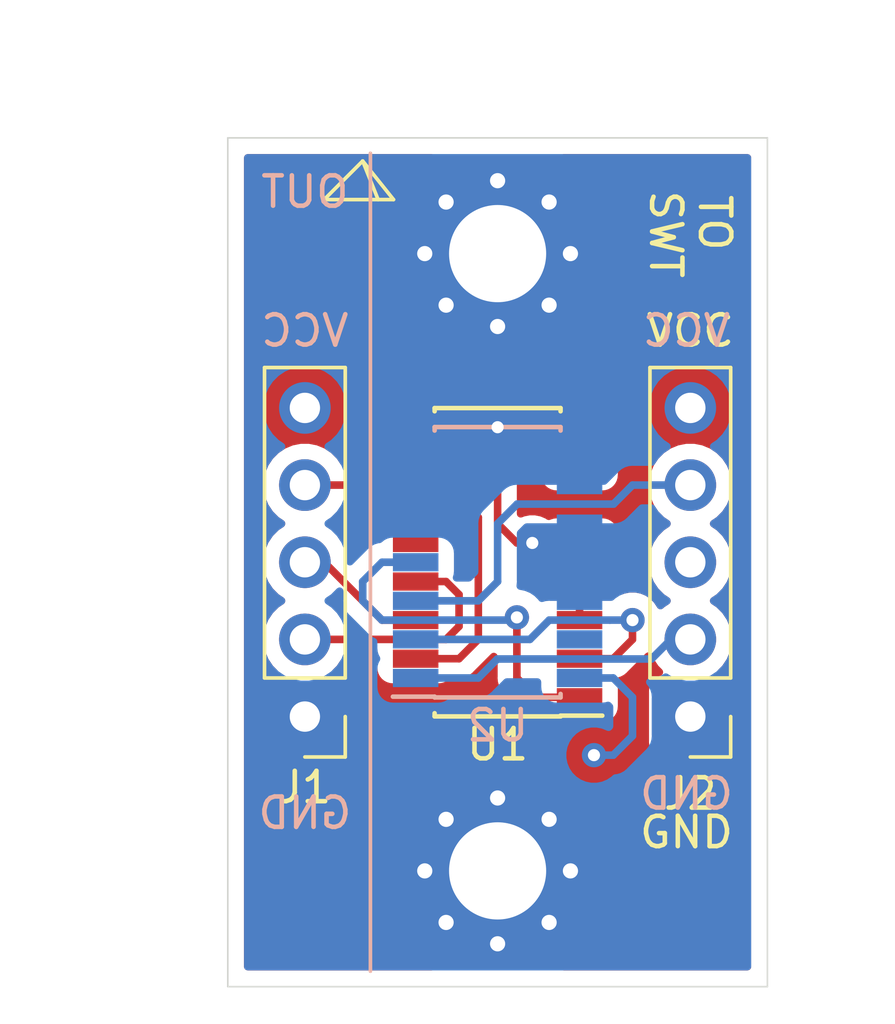
<source format=kicad_pcb>
(kicad_pcb (version 20171130) (host pcbnew "(5.1.10)-1")

  (general
    (thickness 1.6)
    (drawings 19)
    (tracks 61)
    (zones 0)
    (modules 6)
    (nets 16)
  )

  (page A4)
  (layers
    (0 F.Cu signal)
    (31 B.Cu signal)
    (32 B.Adhes user)
    (33 F.Adhes user)
    (34 B.Paste user)
    (35 F.Paste user)
    (36 B.SilkS user)
    (37 F.SilkS user)
    (38 B.Mask user)
    (39 F.Mask user)
    (40 Dwgs.User user)
    (41 Cmts.User user)
    (42 Eco1.User user)
    (43 Eco2.User user)
    (44 Edge.Cuts user)
    (45 Margin user)
    (46 B.CrtYd user)
    (47 F.CrtYd user)
    (48 B.Fab user)
    (49 F.Fab user)
  )

  (setup
    (last_trace_width 0.25)
    (user_trace_width 0.5)
    (trace_clearance 0.2)
    (zone_clearance 0.508)
    (zone_45_only no)
    (trace_min 0.2)
    (via_size 0.8)
    (via_drill 0.4)
    (via_min_size 0.4)
    (via_min_drill 0.3)
    (uvia_size 0.3)
    (uvia_drill 0.1)
    (uvias_allowed no)
    (uvia_min_size 0.2)
    (uvia_min_drill 0.1)
    (edge_width 0.05)
    (segment_width 0.2)
    (pcb_text_width 0.3)
    (pcb_text_size 1.5 1.5)
    (mod_edge_width 0.12)
    (mod_text_size 1 1)
    (mod_text_width 0.15)
    (pad_size 1.524 1.524)
    (pad_drill 0.762)
    (pad_to_mask_clearance 0)
    (aux_axis_origin 0 0)
    (visible_elements 7FFFFFFF)
    (pcbplotparams
      (layerselection 0x010fc_ffffffff)
      (usegerberextensions false)
      (usegerberattributes true)
      (usegerberadvancedattributes true)
      (creategerberjobfile true)
      (excludeedgelayer true)
      (linewidth 0.100000)
      (plotframeref false)
      (viasonmask false)
      (mode 1)
      (useauxorigin false)
      (hpglpennumber 1)
      (hpglpenspeed 20)
      (hpglpendiameter 15.000000)
      (psnegative false)
      (psa4output false)
      (plotreference true)
      (plotvalue true)
      (plotinvisibletext false)
      (padsonsilk false)
      (subtractmaskfromsilk false)
      (outputformat 1)
      (mirror false)
      (drillshape 0)
      (scaleselection 1)
      (outputdirectory "gerberlogic/"))
  )

  (net 0 "")
  (net 1 "Net-(J1-Pad2)")
  (net 2 GND)
  (net 3 VCC)
  (net 4 "Net-(J2-Pad2)")
  (net 5 "Net-(J2-Pad4)")
  (net 6 "Net-(J1-Pad3)")
  (net 7 "Net-(J1-Pad4)")
  (net 8 "Net-(J2-Pad3)")
  (net 9 "Net-(U1-Pad7)")
  (net 10 "Net-(U1-Pad9)")
  (net 11 "Net-(U1-Pad10)")
  (net 12 "Net-(U1-Pad11)")
  (net 13 "Net-(U1-Pad12)")
  (net 14 "Net-(U1-Pad1)")
  (net 15 "Net-(U1-Pad2)")

  (net_class Default "This is the default net class."
    (clearance 0.2)
    (trace_width 0.25)
    (via_dia 0.8)
    (via_drill 0.4)
    (uvia_dia 0.3)
    (uvia_drill 0.1)
    (add_net GND)
    (add_net "Net-(J1-Pad2)")
    (add_net "Net-(J1-Pad3)")
    (add_net "Net-(J1-Pad4)")
    (add_net "Net-(J2-Pad2)")
    (add_net "Net-(J2-Pad3)")
    (add_net "Net-(J2-Pad4)")
    (add_net "Net-(U1-Pad1)")
    (add_net "Net-(U1-Pad10)")
    (add_net "Net-(U1-Pad11)")
    (add_net "Net-(U1-Pad12)")
    (add_net "Net-(U1-Pad2)")
    (add_net "Net-(U1-Pad7)")
    (add_net "Net-(U1-Pad9)")
    (add_net VCC)
  )

  (module Housings_SOIC:SOIC-16_3.9x9.9mm_Pitch1.27mm (layer F.Cu) (tedit 58CC8F64) (tstamp 61370BAF)
    (at 173.355 105.41 180)
    (descr "16-Lead Plastic Small Outline (SL) - Narrow, 3.90 mm Body [SOIC] (see Microchip Packaging Specification 00000049BS.pdf)")
    (tags "SOIC 1.27")
    (path /6137BCC2)
    (attr smd)
    (fp_text reference U1 (at 0 -6) (layer F.SilkS)
      (effects (font (size 1 1) (thickness 0.15)))
    )
    (fp_text value 74LS138 (at 0 6) (layer F.Fab)
      (effects (font (size 1 1) (thickness 0.15)))
    )
    (fp_line (start -2.075 -5.05) (end -3.45 -5.05) (layer F.SilkS) (width 0.15))
    (fp_line (start -2.075 5.075) (end 2.075 5.075) (layer F.SilkS) (width 0.15))
    (fp_line (start -2.075 -5.075) (end 2.075 -5.075) (layer F.SilkS) (width 0.15))
    (fp_line (start -2.075 5.075) (end -2.075 4.97) (layer F.SilkS) (width 0.15))
    (fp_line (start 2.075 5.075) (end 2.075 4.97) (layer F.SilkS) (width 0.15))
    (fp_line (start 2.075 -5.075) (end 2.075 -4.97) (layer F.SilkS) (width 0.15))
    (fp_line (start -2.075 -5.075) (end -2.075 -5.05) (layer F.SilkS) (width 0.15))
    (fp_line (start -3.7 5.25) (end 3.7 5.25) (layer F.CrtYd) (width 0.05))
    (fp_line (start -3.7 -5.25) (end 3.7 -5.25) (layer F.CrtYd) (width 0.05))
    (fp_line (start 3.7 -5.25) (end 3.7 5.25) (layer F.CrtYd) (width 0.05))
    (fp_line (start -3.7 -5.25) (end -3.7 5.25) (layer F.CrtYd) (width 0.05))
    (fp_line (start -1.95 -3.95) (end -0.95 -4.95) (layer F.Fab) (width 0.15))
    (fp_line (start -1.95 4.95) (end -1.95 -3.95) (layer F.Fab) (width 0.15))
    (fp_line (start 1.95 4.95) (end -1.95 4.95) (layer F.Fab) (width 0.15))
    (fp_line (start 1.95 -4.95) (end 1.95 4.95) (layer F.Fab) (width 0.15))
    (fp_line (start -0.95 -4.95) (end 1.95 -4.95) (layer F.Fab) (width 0.15))
    (fp_text user %R (at 0 0) (layer F.Fab)
      (effects (font (size 0.9 0.9) (thickness 0.135)))
    )
    (pad 1 smd rect (at -2.7 -4.445 180) (size 1.5 0.6) (layers F.Cu F.Paste F.Mask)
      (net 14 "Net-(U1-Pad1)"))
    (pad 2 smd rect (at -2.7 -3.175 180) (size 1.5 0.6) (layers F.Cu F.Paste F.Mask)
      (net 15 "Net-(U1-Pad2)"))
    (pad 3 smd rect (at -2.7 -1.905 180) (size 1.5 0.6) (layers F.Cu F.Paste F.Mask)
      (net 2 GND))
    (pad 4 smd rect (at -2.7 -0.635 180) (size 1.5 0.6) (layers F.Cu F.Paste F.Mask)
      (net 2 GND))
    (pad 5 smd rect (at -2.7 0.635 180) (size 1.5 0.6) (layers F.Cu F.Paste F.Mask)
      (net 2 GND))
    (pad 6 smd rect (at -2.7 1.905 180) (size 1.5 0.6) (layers F.Cu F.Paste F.Mask)
      (net 3 VCC))
    (pad 7 smd rect (at -2.7 3.175 180) (size 1.5 0.6) (layers F.Cu F.Paste F.Mask)
      (net 9 "Net-(U1-Pad7)"))
    (pad 8 smd rect (at -2.7 4.445 180) (size 1.5 0.6) (layers F.Cu F.Paste F.Mask)
      (net 2 GND))
    (pad 9 smd rect (at 2.7 4.445 180) (size 1.5 0.6) (layers F.Cu F.Paste F.Mask)
      (net 10 "Net-(U1-Pad9)"))
    (pad 10 smd rect (at 2.7 3.175 180) (size 1.5 0.6) (layers F.Cu F.Paste F.Mask)
      (net 11 "Net-(U1-Pad10)"))
    (pad 11 smd rect (at 2.7 1.905 180) (size 1.5 0.6) (layers F.Cu F.Paste F.Mask)
      (net 12 "Net-(U1-Pad11)"))
    (pad 12 smd rect (at 2.7 0.635 180) (size 1.5 0.6) (layers F.Cu F.Paste F.Mask)
      (net 13 "Net-(U1-Pad12)"))
    (pad 13 smd rect (at 2.7 -0.635 180) (size 1.5 0.6) (layers F.Cu F.Paste F.Mask)
      (net 1 "Net-(J1-Pad2)"))
    (pad 14 smd rect (at 2.7 -1.905 180) (size 1.5 0.6) (layers F.Cu F.Paste F.Mask)
      (net 6 "Net-(J1-Pad3)"))
    (pad 15 smd rect (at 2.7 -3.175 180) (size 1.5 0.6) (layers F.Cu F.Paste F.Mask)
      (net 7 "Net-(J1-Pad4)"))
    (pad 16 smd rect (at 2.7 -4.445 180) (size 1.5 0.6) (layers F.Cu F.Paste F.Mask)
      (net 3 VCC))
    (model ${KISYS3DMOD}/Housings_SOIC.3dshapes/SOIC-16_3.9x9.9mm_Pitch1.27mm.wrl
      (at (xyz 0 0 0))
      (scale (xyz 1 1 1))
      (rotate (xyz 0 0 0))
    )
  )

  (module Housings_SOIC:SOIC-14_3.9x8.7mm_Pitch1.27mm (layer B.Cu) (tedit 58CC8F64) (tstamp 61372FBE)
    (at 173.355 105.41)
    (descr "14-Lead Plastic Small Outline (SL) - Narrow, 3.90 mm Body [SOIC] (see Microchip Packaging Specification 00000049BS.pdf)")
    (tags "SOIC 1.27")
    (path /613A04CC)
    (attr smd)
    (fp_text reference U2 (at 0 5.375) (layer B.SilkS)
      (effects (font (size 1 1) (thickness 0.15)) (justify mirror))
    )
    (fp_text value 74LS14 (at 0 -5.375) (layer B.Fab)
      (effects (font (size 1 1) (thickness 0.15)) (justify mirror))
    )
    (fp_line (start -2.075 4.425) (end -3.45 4.425) (layer B.SilkS) (width 0.15))
    (fp_line (start -2.075 -4.45) (end 2.075 -4.45) (layer B.SilkS) (width 0.15))
    (fp_line (start -2.075 4.45) (end 2.075 4.45) (layer B.SilkS) (width 0.15))
    (fp_line (start -2.075 -4.45) (end -2.075 -4.335) (layer B.SilkS) (width 0.15))
    (fp_line (start 2.075 -4.45) (end 2.075 -4.335) (layer B.SilkS) (width 0.15))
    (fp_line (start 2.075 4.45) (end 2.075 4.335) (layer B.SilkS) (width 0.15))
    (fp_line (start -2.075 4.45) (end -2.075 4.425) (layer B.SilkS) (width 0.15))
    (fp_line (start -3.7 -4.65) (end 3.7 -4.65) (layer B.CrtYd) (width 0.05))
    (fp_line (start -3.7 4.65) (end 3.7 4.65) (layer B.CrtYd) (width 0.05))
    (fp_line (start 3.7 4.65) (end 3.7 -4.65) (layer B.CrtYd) (width 0.05))
    (fp_line (start -3.7 4.65) (end -3.7 -4.65) (layer B.CrtYd) (width 0.05))
    (fp_line (start -1.95 3.35) (end -0.95 4.35) (layer B.Fab) (width 0.15))
    (fp_line (start -1.95 -4.35) (end -1.95 3.35) (layer B.Fab) (width 0.15))
    (fp_line (start 1.95 -4.35) (end -1.95 -4.35) (layer B.Fab) (width 0.15))
    (fp_line (start 1.95 4.35) (end 1.95 -4.35) (layer B.Fab) (width 0.15))
    (fp_line (start -0.95 4.35) (end 1.95 4.35) (layer B.Fab) (width 0.15))
    (fp_text user %R (at 0 0) (layer B.Fab)
      (effects (font (size 0.9 0.9) (thickness 0.135)) (justify mirror))
    )
    (pad 1 smd rect (at -2.7 3.81) (size 1.5 0.6) (layers B.Cu B.Paste B.Mask)
      (net 4 "Net-(J2-Pad2)"))
    (pad 2 smd rect (at -2.7 2.54) (size 1.5 0.6) (layers B.Cu B.Paste B.Mask)
      (net 15 "Net-(U1-Pad2)"))
    (pad 3 smd rect (at -2.7 1.27) (size 1.5 0.6) (layers B.Cu B.Paste B.Mask)
      (net 5 "Net-(J2-Pad4)"))
    (pad 4 smd rect (at -2.7 0) (size 1.5 0.6) (layers B.Cu B.Paste B.Mask)
      (net 14 "Net-(U1-Pad1)"))
    (pad 5 smd rect (at -2.7 -1.27) (size 1.5 0.6) (layers B.Cu B.Paste B.Mask)
      (net 2 GND))
    (pad 6 smd rect (at -2.7 -2.54) (size 1.5 0.6) (layers B.Cu B.Paste B.Mask)
      (net 2 GND))
    (pad 7 smd rect (at -2.7 -3.81) (size 1.5 0.6) (layers B.Cu B.Paste B.Mask)
      (net 2 GND))
    (pad 8 smd rect (at 2.7 -3.81) (size 1.5 0.6) (layers B.Cu B.Paste B.Mask)
      (net 2 GND))
    (pad 9 smd rect (at 2.7 -2.54) (size 1.5 0.6) (layers B.Cu B.Paste B.Mask)
      (net 2 GND))
    (pad 10 smd rect (at 2.7 -1.27) (size 1.5 0.6) (layers B.Cu B.Paste B.Mask)
      (net 2 GND))
    (pad 11 smd rect (at 2.7 0) (size 1.5 0.6) (layers B.Cu B.Paste B.Mask)
      (net 2 GND))
    (pad 12 smd rect (at 2.7 1.27) (size 1.5 0.6) (layers B.Cu B.Paste B.Mask)
      (net 2 GND))
    (pad 13 smd rect (at 2.7 2.54) (size 1.5 0.6) (layers B.Cu B.Paste B.Mask)
      (net 2 GND))
    (pad 14 smd rect (at 2.7 3.81) (size 1.5 0.6) (layers B.Cu B.Paste B.Mask)
      (net 3 VCC))
    (model ${KISYS3DMOD}/Housings_SOIC.3dshapes/SOIC-14_3.9x8.7mm_Pitch1.27mm.wrl
      (at (xyz 0 0 0))
      (scale (xyz 1 1 1))
      (rotate (xyz 0 0 0))
    )
  )

  (module Pin_Headers:Pin_Header_Straight_1x05_Pitch2.54mm (layer F.Cu) (tedit 59650532) (tstamp 61370BAC)
    (at 179.705 110.49 180)
    (descr "Through hole straight pin header, 1x05, 2.54mm pitch, single row")
    (tags "Through hole pin header THT 1x05 2.54mm single row")
    (path /613735F9)
    (fp_text reference J2 (at 0 -2.54) (layer F.SilkS)
      (effects (font (size 1 1) (thickness 0.15)))
    )
    (fp_text value Conn_01x05_Male (at 0 12.49) (layer F.Fab)
      (effects (font (size 1 1) (thickness 0.15)))
    )
    (fp_line (start 1.8 -1.8) (end -1.8 -1.8) (layer F.CrtYd) (width 0.05))
    (fp_line (start 1.8 11.95) (end 1.8 -1.8) (layer F.CrtYd) (width 0.05))
    (fp_line (start -1.8 11.95) (end 1.8 11.95) (layer F.CrtYd) (width 0.05))
    (fp_line (start -1.8 -1.8) (end -1.8 11.95) (layer F.CrtYd) (width 0.05))
    (fp_line (start -1.33 -1.33) (end 0 -1.33) (layer F.SilkS) (width 0.12))
    (fp_line (start -1.33 0) (end -1.33 -1.33) (layer F.SilkS) (width 0.12))
    (fp_line (start -1.33 1.27) (end 1.33 1.27) (layer F.SilkS) (width 0.12))
    (fp_line (start 1.33 1.27) (end 1.33 11.49) (layer F.SilkS) (width 0.12))
    (fp_line (start -1.33 1.27) (end -1.33 11.49) (layer F.SilkS) (width 0.12))
    (fp_line (start -1.33 11.49) (end 1.33 11.49) (layer F.SilkS) (width 0.12))
    (fp_line (start -1.27 -0.635) (end -0.635 -1.27) (layer F.Fab) (width 0.1))
    (fp_line (start -1.27 11.43) (end -1.27 -0.635) (layer F.Fab) (width 0.1))
    (fp_line (start 1.27 11.43) (end -1.27 11.43) (layer F.Fab) (width 0.1))
    (fp_line (start 1.27 -1.27) (end 1.27 11.43) (layer F.Fab) (width 0.1))
    (fp_line (start -0.635 -1.27) (end 1.27 -1.27) (layer F.Fab) (width 0.1))
    (fp_text user %R (at 0 5.08 90) (layer F.Fab)
      (effects (font (size 1 1) (thickness 0.15)))
    )
    (pad 1 thru_hole rect (at 0 0 180) (size 1.7 1.7) (drill 1) (layers *.Cu *.Mask)
      (net 2 GND))
    (pad 2 thru_hole oval (at 0 2.54 180) (size 1.7 1.7) (drill 1) (layers *.Cu *.Mask)
      (net 4 "Net-(J2-Pad2)"))
    (pad 3 thru_hole oval (at 0 5.08 180) (size 1.7 1.7) (drill 1) (layers *.Cu *.Mask)
      (net 8 "Net-(J2-Pad3)"))
    (pad 4 thru_hole oval (at 0 7.62 180) (size 1.7 1.7) (drill 1) (layers *.Cu *.Mask)
      (net 5 "Net-(J2-Pad4)"))
    (pad 5 thru_hole oval (at 0 10.16 180) (size 1.7 1.7) (drill 1) (layers *.Cu *.Mask)
      (net 3 VCC))
    (model ${KISYS3DMOD}/Pin_Headers.3dshapes/Pin_Header_Straight_1x05_Pitch2.54mm.wrl
      (offset (xyz 0 -5 0))
      (scale (xyz 1 1 1))
      (rotate (xyz 0 0 -90))
    )
  )

  (module Pin_Headers:Pin_Header_Straight_1x05_Pitch2.54mm (layer F.Cu) (tedit 59650532) (tstamp 61370BA9)
    (at 167.005 110.49 180)
    (descr "Through hole straight pin header, 1x05, 2.54mm pitch, single row")
    (tags "Through hole pin header THT 1x05 2.54mm single row")
    (path /613708C3)
    (fp_text reference J1 (at 0 -2.33) (layer F.SilkS)
      (effects (font (size 1 1) (thickness 0.15)))
    )
    (fp_text value Conn_01x05_Male (at 0 12.49) (layer F.Fab)
      (effects (font (size 1 1) (thickness 0.15)))
    )
    (fp_line (start 1.8 -1.8) (end -1.8 -1.8) (layer F.CrtYd) (width 0.05))
    (fp_line (start 1.8 11.95) (end 1.8 -1.8) (layer F.CrtYd) (width 0.05))
    (fp_line (start -1.8 11.95) (end 1.8 11.95) (layer F.CrtYd) (width 0.05))
    (fp_line (start -1.8 -1.8) (end -1.8 11.95) (layer F.CrtYd) (width 0.05))
    (fp_line (start -1.33 -1.33) (end 0 -1.33) (layer F.SilkS) (width 0.12))
    (fp_line (start -1.33 0) (end -1.33 -1.33) (layer F.SilkS) (width 0.12))
    (fp_line (start -1.33 1.27) (end 1.33 1.27) (layer F.SilkS) (width 0.12))
    (fp_line (start 1.33 1.27) (end 1.33 11.49) (layer F.SilkS) (width 0.12))
    (fp_line (start -1.33 1.27) (end -1.33 11.49) (layer F.SilkS) (width 0.12))
    (fp_line (start -1.33 11.49) (end 1.33 11.49) (layer F.SilkS) (width 0.12))
    (fp_line (start -1.27 -0.635) (end -0.635 -1.27) (layer F.Fab) (width 0.1))
    (fp_line (start -1.27 11.43) (end -1.27 -0.635) (layer F.Fab) (width 0.1))
    (fp_line (start 1.27 11.43) (end -1.27 11.43) (layer F.Fab) (width 0.1))
    (fp_line (start 1.27 -1.27) (end 1.27 11.43) (layer F.Fab) (width 0.1))
    (fp_line (start -0.635 -1.27) (end 1.27 -1.27) (layer F.Fab) (width 0.1))
    (fp_text user %R (at 0 5.08 90) (layer F.Fab)
      (effects (font (size 1 1) (thickness 0.15)))
    )
    (pad 1 thru_hole rect (at 0 0 180) (size 1.7 1.7) (drill 1) (layers *.Cu *.Mask)
      (net 2 GND))
    (pad 2 thru_hole oval (at 0 2.54 180) (size 1.7 1.7) (drill 1) (layers *.Cu *.Mask)
      (net 1 "Net-(J1-Pad2)"))
    (pad 3 thru_hole oval (at 0 5.08 180) (size 1.7 1.7) (drill 1) (layers *.Cu *.Mask)
      (net 6 "Net-(J1-Pad3)"))
    (pad 4 thru_hole oval (at 0 7.62 180) (size 1.7 1.7) (drill 1) (layers *.Cu *.Mask)
      (net 7 "Net-(J1-Pad4)"))
    (pad 5 thru_hole oval (at 0 10.16 180) (size 1.7 1.7) (drill 1) (layers *.Cu *.Mask)
      (net 3 VCC))
    (model ${KISYS3DMOD}/Pin_Headers.3dshapes/Pin_Header_Straight_1x05_Pitch2.54mm.wrl
      (offset (xyz 0 -5 -1.5))
      (scale (xyz 1 1 1))
      (rotate (xyz -180 0 -90))
    )
  )

  (module Mounting_Holes:MountingHole_3.2mm_M3_Pad_Via (layer F.Cu) (tedit 56DDBCCA) (tstamp 61370BA6)
    (at 173.355 115.57)
    (descr "Mounting Hole 3.2mm, M3")
    (tags "mounting hole 3.2mm m3")
    (path /613764B6)
    (attr virtual)
    (fp_text reference H2 (at 0 -4.2) (layer F.SilkS) hide
      (effects (font (size 1 1) (thickness 0.15)))
    )
    (fp_text value MountingHole_Pad (at 0 4.2) (layer F.Fab)
      (effects (font (size 1 1) (thickness 0.15)))
    )
    (fp_circle (center 0 0) (end 3.45 0) (layer F.CrtYd) (width 0.05))
    (fp_circle (center 0 0) (end 3.2 0) (layer Cmts.User) (width 0.15))
    (fp_text user %R (at 0.3 0) (layer F.Fab)
      (effects (font (size 1 1) (thickness 0.15)))
    )
    (pad 1 thru_hole circle (at 0 0) (size 6.4 6.4) (drill 3.2) (layers *.Cu *.Mask)
      (net 2 GND))
    (pad 1 thru_hole circle (at 2.4 0) (size 0.8 0.8) (drill 0.5) (layers *.Cu *.Mask)
      (net 2 GND))
    (pad 1 thru_hole circle (at 1.697056 1.697056) (size 0.8 0.8) (drill 0.5) (layers *.Cu *.Mask)
      (net 2 GND))
    (pad 1 thru_hole circle (at 0 2.4) (size 0.8 0.8) (drill 0.5) (layers *.Cu *.Mask)
      (net 2 GND))
    (pad 1 thru_hole circle (at -1.697056 1.697056) (size 0.8 0.8) (drill 0.5) (layers *.Cu *.Mask)
      (net 2 GND))
    (pad 1 thru_hole circle (at -2.4 0) (size 0.8 0.8) (drill 0.5) (layers *.Cu *.Mask)
      (net 2 GND))
    (pad 1 thru_hole circle (at -1.697056 -1.697056) (size 0.8 0.8) (drill 0.5) (layers *.Cu *.Mask)
      (net 2 GND))
    (pad 1 thru_hole circle (at 0 -2.4) (size 0.8 0.8) (drill 0.5) (layers *.Cu *.Mask)
      (net 2 GND))
    (pad 1 thru_hole circle (at 1.697056 -1.697056) (size 0.8 0.8) (drill 0.5) (layers *.Cu *.Mask)
      (net 2 GND))
  )

  (module Mounting_Holes:MountingHole_3.2mm_M3_Pad_Via (layer F.Cu) (tedit 56DDBCCA) (tstamp 61370BA3)
    (at 173.355 95.25)
    (descr "Mounting Hole 3.2mm, M3")
    (tags "mounting hole 3.2mm m3")
    (path /61375F74)
    (attr virtual)
    (fp_text reference H1 (at 0 -4.2) (layer F.SilkS) hide
      (effects (font (size 1 1) (thickness 0.15)))
    )
    (fp_text value MountingHole_Pad (at 0 4.2) (layer F.Fab)
      (effects (font (size 1 1) (thickness 0.15)))
    )
    (fp_circle (center 0 0) (end 3.45 0) (layer F.CrtYd) (width 0.05))
    (fp_circle (center 0 0) (end 3.2 0) (layer Cmts.User) (width 0.15))
    (fp_text user %R (at 0.3 0) (layer F.Fab)
      (effects (font (size 1 1) (thickness 0.15)))
    )
    (pad 1 thru_hole circle (at 0 0) (size 6.4 6.4) (drill 3.2) (layers *.Cu *.Mask)
      (net 2 GND))
    (pad 1 thru_hole circle (at 2.4 0) (size 0.8 0.8) (drill 0.5) (layers *.Cu *.Mask)
      (net 2 GND))
    (pad 1 thru_hole circle (at 1.697056 1.697056) (size 0.8 0.8) (drill 0.5) (layers *.Cu *.Mask)
      (net 2 GND))
    (pad 1 thru_hole circle (at 0 2.4) (size 0.8 0.8) (drill 0.5) (layers *.Cu *.Mask)
      (net 2 GND))
    (pad 1 thru_hole circle (at -1.697056 1.697056) (size 0.8 0.8) (drill 0.5) (layers *.Cu *.Mask)
      (net 2 GND))
    (pad 1 thru_hole circle (at -2.4 0) (size 0.8 0.8) (drill 0.5) (layers *.Cu *.Mask)
      (net 2 GND))
    (pad 1 thru_hole circle (at -1.697056 -1.697056) (size 0.8 0.8) (drill 0.5) (layers *.Cu *.Mask)
      (net 2 GND))
    (pad 1 thru_hole circle (at 0 -2.4) (size 0.8 0.8) (drill 0.5) (layers *.Cu *.Mask)
      (net 2 GND))
    (pad 1 thru_hole circle (at 1.697056 -1.697056) (size 0.8 0.8) (drill 0.5) (layers *.Cu *.Mask)
      (net 2 GND))
  )

  (gr_line (start 169.164 118.872) (end 169.164 91.948) (layer B.SilkS) (width 0.12))
  (gr_text GND (at 179.578 113.03) (layer B.SilkS) (tstamp 61372108)
    (effects (font (size 1 1) (thickness 0.15)) (justify mirror))
  )
  (gr_text VCC (at 179.578 97.79) (layer B.SilkS) (tstamp 61372104)
    (effects (font (size 1 1) (thickness 0.15)) (justify mirror))
  )
  (gr_line (start 168.91 92.202) (end 169.418 93.472) (layer F.SilkS) (width 0.12))
  (gr_line (start 169.926 93.472) (end 167.64 93.472) (layer F.SilkS) (width 0.12) (tstamp 61371E16))
  (gr_line (start 168.91 92.202) (end 169.926 93.472) (layer F.SilkS) (width 0.12))
  (gr_line (start 167.64 93.472) (end 168.91 92.202) (layer F.SilkS) (width 0.12))
  (gr_text "TO \nSWT" (at 179.705 94.615 -90) (layer F.SilkS)
    (effects (font (size 1 1) (thickness 0.15)))
  )
  (gr_text OUT (at 167.005 93.218) (layer B.SilkS)
    (effects (font (size 1 1) (thickness 0.15)) (justify mirror))
  )
  (gr_text GND (at 179.578 114.3) (layer F.SilkS) (tstamp 61371A87)
    (effects (font (size 1 1) (thickness 0.15)))
  )
  (gr_text VCC (at 179.705 97.79) (layer F.SilkS) (tstamp 61371A83)
    (effects (font (size 1 1) (thickness 0.15)))
  )
  (gr_text GND (at 167.005 113.665) (layer B.SilkS) (tstamp 61371A17)
    (effects (font (size 1 1) (thickness 0.15)) (justify mirror))
  )
  (gr_text VCC (at 167.005 97.79) (layer B.SilkS)
    (effects (font (size 1 1) (thickness 0.15)) (justify mirror))
  )
  (dimension 27.94 (width 0.15) (layer Dwgs.User)
    (gr_text "27.940 mm" (at 160.625 105.41 270) (layer Dwgs.User)
      (effects (font (size 1 1) (thickness 0.15)))
    )
    (feature1 (pts (xy 164.465 119.38) (xy 161.338579 119.38)))
    (feature2 (pts (xy 164.465 91.44) (xy 161.338579 91.44)))
    (crossbar (pts (xy 161.925 91.44) (xy 161.925 119.38)))
    (arrow1a (pts (xy 161.925 119.38) (xy 161.338579 118.253496)))
    (arrow1b (pts (xy 161.925 119.38) (xy 162.511421 118.253496)))
    (arrow2a (pts (xy 161.925 91.44) (xy 161.338579 92.566504)))
    (arrow2b (pts (xy 161.925 91.44) (xy 162.511421 92.566504)))
  )
  (dimension 17.78 (width 0.15) (layer Dwgs.User)
    (gr_text "17.780 mm" (at 173.355 87.6) (layer Dwgs.User)
      (effects (font (size 1 1) (thickness 0.15)))
    )
    (feature1 (pts (xy 182.245 91.44) (xy 182.245 88.313579)))
    (feature2 (pts (xy 164.465 91.44) (xy 164.465 88.313579)))
    (crossbar (pts (xy 164.465 88.9) (xy 182.245 88.9)))
    (arrow1a (pts (xy 182.245 88.9) (xy 181.118496 89.486421)))
    (arrow1b (pts (xy 182.245 88.9) (xy 181.118496 88.313579)))
    (arrow2a (pts (xy 164.465 88.9) (xy 165.591504 89.486421)))
    (arrow2b (pts (xy 164.465 88.9) (xy 165.591504 88.313579)))
  )
  (gr_line (start 182.245 91.44) (end 182.245 119.38) (layer Edge.Cuts) (width 0.05) (tstamp 61360B3C))
  (gr_line (start 182.245 119.38) (end 164.465 119.38) (layer Edge.Cuts) (width 0.05) (tstamp 61360B3A))
  (gr_line (start 164.465 119.38) (end 164.465 91.44) (layer Edge.Cuts) (width 0.05) (tstamp 61360B37))
  (gr_line (start 164.465 91.44) (end 182.245 91.44) (layer Edge.Cuts) (width 0.05) (tstamp 61360B36))

  (segment (start 171.655 106.045) (end 172.085 106.475) (width 0.25) (layer F.Cu) (net 1))
  (segment (start 170.655 106.045) (end 171.655 106.045) (width 0.25) (layer F.Cu) (net 1))
  (segment (start 172.085 107.520002) (end 171.655002 107.95) (width 0.25) (layer F.Cu) (net 1))
  (segment (start 172.085 106.475) (end 172.085 107.520002) (width 0.25) (layer F.Cu) (net 1))
  (segment (start 171.655002 107.95) (end 167.005 107.95) (width 0.25) (layer F.Cu) (net 1))
  (via (at 173.355 100.965) (size 0.8) (drill 0.4) (layers F.Cu B.Cu) (net 2))
  (segment (start 173.355 100.965) (end 176.055 100.965) (width 0.25) (layer F.Cu) (net 2))
  (segment (start 173.355 100.965) (end 173.355 104.14) (width 0.25) (layer F.Cu) (net 2))
  (segment (start 173.355 104.14) (end 173.99 104.775) (width 0.25) (layer F.Cu) (net 2))
  (segment (start 173.99 104.775) (end 174.498 104.775) (width 0.25) (layer F.Cu) (net 2))
  (segment (start 176.055 104.775) (end 176.055 107.315) (width 0.25) (layer F.Cu) (net 2))
  (segment (start 174.498 104.775) (end 176.055 104.775) (width 0.25) (layer F.Cu) (net 2) (tstamp 61389332))
  (via (at 174.498 104.775) (size 0.8) (drill 0.4) (layers F.Cu B.Cu) (net 2))
  (via (at 176.53 111.76) (size 0.8) (drill 0.4) (layers F.Cu B.Cu) (net 3))
  (segment (start 176.055 109.22) (end 177.165 109.22) (width 0.25) (layer B.Cu) (net 3))
  (segment (start 177.165 109.22) (end 177.8 109.855) (width 0.25) (layer B.Cu) (net 3))
  (segment (start 177.8 109.855) (end 177.8 111.125) (width 0.25) (layer B.Cu) (net 3))
  (segment (start 177.165 111.76) (end 176.53 111.76) (width 0.25) (layer B.Cu) (net 3))
  (segment (start 177.8 111.125) (end 177.165 111.76) (width 0.25) (layer B.Cu) (net 3))
  (segment (start 179.705 107.95) (end 179.07 107.95) (width 0.25) (layer B.Cu) (net 4))
  (segment (start 178.425001 108.594999) (end 173.345001 108.594999) (width 0.25) (layer B.Cu) (net 4))
  (segment (start 179.07 107.95) (end 178.425001 108.594999) (width 0.25) (layer B.Cu) (net 4))
  (segment (start 172.72 109.22) (end 170.655 109.22) (width 0.25) (layer B.Cu) (net 4))
  (segment (start 173.345001 108.594999) (end 172.72 109.22) (width 0.25) (layer B.Cu) (net 4))
  (segment (start 179.07 102.87) (end 179.705 102.87) (width 0.25) (layer F.Cu) (net 5))
  (segment (start 170.655 106.68) (end 172.72 106.68) (width 0.25) (layer B.Cu) (net 5))
  (segment (start 172.72 106.68) (end 173.355 106.045) (width 0.25) (layer B.Cu) (net 5))
  (segment (start 173.355 106.045) (end 173.355 104.14) (width 0.25) (layer B.Cu) (net 5))
  (segment (start 173.999999 103.495001) (end 177.174999 103.495001) (width 0.25) (layer B.Cu) (net 5))
  (segment (start 173.355 104.14) (end 173.999999 103.495001) (width 0.25) (layer B.Cu) (net 5))
  (segment (start 177.8 102.87) (end 179.705 102.87) (width 0.25) (layer B.Cu) (net 5))
  (segment (start 177.174999 103.495001) (end 177.8 102.87) (width 0.25) (layer B.Cu) (net 5))
  (segment (start 170.655 107.315) (end 170.18 107.315) (width 0.25) (layer F.Cu) (net 6))
  (segment (start 170.655 107.315) (end 169.545 107.315) (width 0.25) (layer F.Cu) (net 6))
  (segment (start 167.64 105.41) (end 167.005 105.41) (width 0.25) (layer F.Cu) (net 6))
  (segment (start 169.545 107.315) (end 167.64 105.41) (width 0.25) (layer F.Cu) (net 6))
  (segment (start 171.655002 102.87) (end 167.005 102.87) (width 0.25) (layer F.Cu) (net 7))
  (segment (start 172.72 107.95) (end 172.72 103.934998) (width 0.25) (layer F.Cu) (net 7))
  (segment (start 172.085 108.585) (end 172.72 107.95) (width 0.25) (layer F.Cu) (net 7))
  (segment (start 172.72 103.934998) (end 171.655002 102.87) (width 0.25) (layer F.Cu) (net 7))
  (segment (start 170.655 108.585) (end 172.085 108.585) (width 0.25) (layer F.Cu) (net 7))
  (segment (start 173.99 107.315) (end 173.99 107.315) (width 0.25) (layer F.Cu) (net 14) (tstamp 61373725))
  (segment (start 173.89999 107.315) (end 173.99 107.22499) (width 0.25) (layer B.Cu) (net 14))
  (segment (start 168.91 106.68) (end 169.545 107.315) (width 0.25) (layer B.Cu) (net 14))
  (segment (start 174.625 109.855) (end 173.99 109.22) (width 0.25) (layer F.Cu) (net 14))
  (segment (start 169.545 107.315) (end 173.89999 107.315) (width 0.25) (layer B.Cu) (net 14))
  (via (at 173.99 107.22499) (size 0.8) (drill 0.4) (layers F.Cu B.Cu) (net 14))
  (segment (start 170.655 105.41) (end 169.545 105.41) (width 0.25) (layer B.Cu) (net 14))
  (segment (start 176.055 109.855) (end 174.625 109.855) (width 0.25) (layer F.Cu) (net 14))
  (segment (start 173.99 109.22) (end 173.99 107.22499) (width 0.25) (layer F.Cu) (net 14))
  (segment (start 169.545 105.41) (end 168.91 106.045) (width 0.25) (layer B.Cu) (net 14))
  (segment (start 168.91 106.045) (end 168.91 106.68) (width 0.25) (layer B.Cu) (net 14))
  (segment (start 170.655 107.95) (end 174.419998 107.95) (width 0.25) (layer B.Cu) (net 15))
  (segment (start 174.419998 107.95) (end 175.054998 107.315) (width 0.25) (layer B.Cu) (net 15))
  (segment (start 175.054998 107.315) (end 177.055002 107.315) (width 0.25) (layer B.Cu) (net 15))
  (segment (start 177.055002 107.315) (end 177.8 107.315) (width 0.25) (layer B.Cu) (net 15))
  (segment (start 177.8 107.315) (end 177.8 107.315) (width 0.25) (layer B.Cu) (net 15) (tstamp 61373729))
  (via (at 177.8 107.315) (size 0.8) (drill 0.4) (layers F.Cu B.Cu) (net 15))
  (segment (start 176.055 108.585) (end 177.165 108.585) (width 0.25) (layer F.Cu) (net 15))
  (segment (start 177.8 107.95) (end 177.8 107.315) (width 0.25) (layer F.Cu) (net 15))
  (segment (start 177.165 108.585) (end 177.8 107.95) (width 0.25) (layer F.Cu) (net 15))

  (zone (net 3) (net_name VCC) (layer F.Cu) (tstamp 6137343D) (hatch edge 0.508)
    (connect_pads yes (clearance 0.508))
    (min_thickness 0.254)
    (fill yes (arc_segments 32) (thermal_gap 0.508) (thermal_bridge_width 0.508))
    (polygon
      (pts
        (xy 182.245 119.38) (xy 164.465 119.38) (xy 164.465 91.44) (xy 182.245 91.44)
      )
    )
    (filled_polygon
      (pts
        (xy 170.91033 92.271161) (xy 170.376161 92.80533) (xy 169.956467 93.433446) (xy 169.667377 94.131372) (xy 169.52 94.872285)
        (xy 169.52 95.627715) (xy 169.667377 96.368628) (xy 169.956467 97.066554) (xy 170.376161 97.69467) (xy 170.91033 98.228839)
        (xy 171.538446 98.648533) (xy 172.236372 98.937623) (xy 172.977285 99.085) (xy 173.732715 99.085) (xy 174.473628 98.937623)
        (xy 175.171554 98.648533) (xy 175.79967 98.228839) (xy 176.333839 97.69467) (xy 176.753533 97.066554) (xy 177.042623 96.368628)
        (xy 177.19 95.627715) (xy 177.19 94.872285) (xy 177.042623 94.131372) (xy 176.753533 93.433446) (xy 176.333839 92.80533)
        (xy 175.79967 92.271161) (xy 175.54351 92.1) (xy 181.585 92.1) (xy 181.585001 118.72) (xy 175.54351 118.72)
        (xy 175.79967 118.548839) (xy 176.333839 118.01467) (xy 176.753533 117.386554) (xy 177.042623 116.688628) (xy 177.19 115.947715)
        (xy 177.19 115.192285) (xy 177.042623 114.451372) (xy 176.753533 113.753446) (xy 176.333839 113.12533) (xy 175.79967 112.591161)
        (xy 175.171554 112.171467) (xy 174.473628 111.882377) (xy 173.732715 111.735) (xy 172.977285 111.735) (xy 172.236372 111.882377)
        (xy 171.538446 112.171467) (xy 170.91033 112.591161) (xy 170.376161 113.12533) (xy 169.956467 113.753446) (xy 169.667377 114.451372)
        (xy 169.52 115.192285) (xy 169.52 115.947715) (xy 169.667377 116.688628) (xy 169.956467 117.386554) (xy 170.376161 118.01467)
        (xy 170.91033 118.548839) (xy 171.16649 118.72) (xy 165.125 118.72) (xy 165.125 109.64) (xy 165.516928 109.64)
        (xy 165.516928 111.34) (xy 165.529188 111.464482) (xy 165.565498 111.58418) (xy 165.624463 111.694494) (xy 165.703815 111.791185)
        (xy 165.800506 111.870537) (xy 165.91082 111.929502) (xy 166.030518 111.965812) (xy 166.155 111.978072) (xy 167.855 111.978072)
        (xy 167.979482 111.965812) (xy 168.09918 111.929502) (xy 168.209494 111.870537) (xy 168.306185 111.791185) (xy 168.385537 111.694494)
        (xy 168.444502 111.58418) (xy 168.480812 111.464482) (xy 168.493072 111.34) (xy 168.493072 109.64) (xy 168.480812 109.515518)
        (xy 168.444502 109.39582) (xy 168.385537 109.285506) (xy 168.306185 109.188815) (xy 168.209494 109.109463) (xy 168.09918 109.050498)
        (xy 168.02662 109.028487) (xy 168.158475 108.896632) (xy 168.283178 108.71) (xy 169.266928 108.71) (xy 169.266928 108.885)
        (xy 169.279188 109.009482) (xy 169.315498 109.12918) (xy 169.374463 109.239494) (xy 169.453815 109.336185) (xy 169.550506 109.415537)
        (xy 169.66082 109.474502) (xy 169.780518 109.510812) (xy 169.905 109.523072) (xy 171.405 109.523072) (xy 171.529482 109.510812)
        (xy 171.64918 109.474502) (xy 171.759494 109.415537) (xy 171.845444 109.345) (xy 172.047678 109.345) (xy 172.085 109.348676)
        (xy 172.122322 109.345) (xy 172.122333 109.345) (xy 172.233986 109.334003) (xy 172.377247 109.290546) (xy 172.509276 109.219974)
        (xy 172.625001 109.125001) (xy 172.648803 109.095998) (xy 173.23 108.514802) (xy 173.23 109.182677) (xy 173.226324 109.22)
        (xy 173.23 109.257322) (xy 173.23 109.257332) (xy 173.240997 109.368985) (xy 173.273005 109.474502) (xy 173.284454 109.512246)
        (xy 173.355026 109.644276) (xy 173.394871 109.692826) (xy 173.449999 109.760001) (xy 173.479002 109.783803) (xy 174.0612 110.366002)
        (xy 174.084999 110.395001) (xy 174.113997 110.418799) (xy 174.200724 110.489974) (xy 174.332753 110.560546) (xy 174.476014 110.604003)
        (xy 174.625 110.618677) (xy 174.662333 110.615) (xy 174.864556 110.615) (xy 174.950506 110.685537) (xy 175.06082 110.744502)
        (xy 175.180518 110.780812) (xy 175.305 110.793072) (xy 176.805 110.793072) (xy 176.929482 110.780812) (xy 177.04918 110.744502)
        (xy 177.159494 110.685537) (xy 177.256185 110.606185) (xy 177.335537 110.509494) (xy 177.394502 110.39918) (xy 177.430812 110.279482)
        (xy 177.443072 110.155) (xy 177.443072 109.555) (xy 177.430812 109.430518) (xy 177.394502 109.31082) (xy 177.393931 109.309752)
        (xy 177.457247 109.290546) (xy 177.589276 109.219974) (xy 177.705001 109.125001) (xy 177.728803 109.095998) (xy 178.311004 108.513798)
        (xy 178.326062 108.50144) (xy 178.38901 108.653411) (xy 178.551525 108.896632) (xy 178.68338 109.028487) (xy 178.61082 109.050498)
        (xy 178.500506 109.109463) (xy 178.403815 109.188815) (xy 178.324463 109.285506) (xy 178.265498 109.39582) (xy 178.229188 109.515518)
        (xy 178.216928 109.64) (xy 178.216928 111.34) (xy 178.229188 111.464482) (xy 178.265498 111.58418) (xy 178.324463 111.694494)
        (xy 178.403815 111.791185) (xy 178.500506 111.870537) (xy 178.61082 111.929502) (xy 178.730518 111.965812) (xy 178.855 111.978072)
        (xy 180.555 111.978072) (xy 180.679482 111.965812) (xy 180.79918 111.929502) (xy 180.909494 111.870537) (xy 181.006185 111.791185)
        (xy 181.085537 111.694494) (xy 181.144502 111.58418) (xy 181.180812 111.464482) (xy 181.193072 111.34) (xy 181.193072 109.64)
        (xy 181.180812 109.515518) (xy 181.144502 109.39582) (xy 181.085537 109.285506) (xy 181.006185 109.188815) (xy 180.909494 109.109463)
        (xy 180.79918 109.050498) (xy 180.72662 109.028487) (xy 180.858475 108.896632) (xy 181.02099 108.653411) (xy 181.132932 108.383158)
        (xy 181.19 108.09626) (xy 181.19 107.80374) (xy 181.132932 107.516842) (xy 181.02099 107.246589) (xy 180.858475 107.003368)
        (xy 180.651632 106.796525) (xy 180.47724 106.68) (xy 180.651632 106.563475) (xy 180.858475 106.356632) (xy 181.02099 106.113411)
        (xy 181.132932 105.843158) (xy 181.19 105.55626) (xy 181.19 105.26374) (xy 181.132932 104.976842) (xy 181.02099 104.706589)
        (xy 180.858475 104.463368) (xy 180.651632 104.256525) (xy 180.47724 104.14) (xy 180.651632 104.023475) (xy 180.858475 103.816632)
        (xy 181.02099 103.573411) (xy 181.132932 103.303158) (xy 181.19 103.01626) (xy 181.19 102.72374) (xy 181.132932 102.436842)
        (xy 181.02099 102.166589) (xy 180.858475 101.923368) (xy 180.651632 101.716525) (xy 180.408411 101.55401) (xy 180.138158 101.442068)
        (xy 179.85126 101.385) (xy 179.55874 101.385) (xy 179.271842 101.442068) (xy 179.001589 101.55401) (xy 178.758368 101.716525)
        (xy 178.551525 101.923368) (xy 178.38901 102.166589) (xy 178.277068 102.436842) (xy 178.22 102.72374) (xy 178.22 103.01626)
        (xy 178.277068 103.303158) (xy 178.38901 103.573411) (xy 178.551525 103.816632) (xy 178.758368 104.023475) (xy 178.93276 104.14)
        (xy 178.758368 104.256525) (xy 178.551525 104.463368) (xy 178.38901 104.706589) (xy 178.277068 104.976842) (xy 178.22 105.26374)
        (xy 178.22 105.55626) (xy 178.277068 105.843158) (xy 178.38901 106.113411) (xy 178.551525 106.356632) (xy 178.758368 106.563475)
        (xy 178.93276 106.68) (xy 178.758368 106.796525) (xy 178.720996 106.833897) (xy 178.717205 106.824744) (xy 178.603937 106.655226)
        (xy 178.459774 106.511063) (xy 178.290256 106.397795) (xy 178.101898 106.319774) (xy 177.901939 106.28) (xy 177.698061 106.28)
        (xy 177.498102 106.319774) (xy 177.443072 106.342568) (xy 177.443072 105.745) (xy 177.430812 105.620518) (xy 177.394502 105.50082)
        (xy 177.345957 105.41) (xy 177.394502 105.31918) (xy 177.430812 105.199482) (xy 177.443072 105.075) (xy 177.443072 104.475)
        (xy 177.430812 104.350518) (xy 177.394502 104.23082) (xy 177.335537 104.120506) (xy 177.256185 104.023815) (xy 177.159494 103.944463)
        (xy 177.04918 103.885498) (xy 176.929482 103.849188) (xy 176.805 103.836928) (xy 175.305 103.836928) (xy 175.180518 103.849188)
        (xy 175.06082 103.885498) (xy 175.04354 103.894734) (xy 174.988256 103.857795) (xy 174.799898 103.779774) (xy 174.599939 103.74)
        (xy 174.396061 103.74) (xy 174.196102 103.779774) (xy 174.115 103.813368) (xy 174.115 101.725) (xy 174.70513 101.725)
        (xy 174.679188 101.810518) (xy 174.666928 101.935) (xy 174.666928 102.535) (xy 174.679188 102.659482) (xy 174.715498 102.77918)
        (xy 174.774463 102.889494) (xy 174.853815 102.986185) (xy 174.950506 103.065537) (xy 175.06082 103.124502) (xy 175.180518 103.160812)
        (xy 175.305 103.173072) (xy 176.805 103.173072) (xy 176.929482 103.160812) (xy 177.04918 103.124502) (xy 177.159494 103.065537)
        (xy 177.256185 102.986185) (xy 177.335537 102.889494) (xy 177.394502 102.77918) (xy 177.430812 102.659482) (xy 177.443072 102.535)
        (xy 177.443072 101.935) (xy 177.430812 101.810518) (xy 177.394502 101.69082) (xy 177.345957 101.6) (xy 177.394502 101.50918)
        (xy 177.430812 101.389482) (xy 177.443072 101.265) (xy 177.443072 100.665) (xy 177.430812 100.540518) (xy 177.394502 100.42082)
        (xy 177.335537 100.310506) (xy 177.256185 100.213815) (xy 177.159494 100.134463) (xy 177.04918 100.075498) (xy 176.929482 100.039188)
        (xy 176.805 100.026928) (xy 175.305 100.026928) (xy 175.180518 100.039188) (xy 175.06082 100.075498) (xy 174.950506 100.134463)
        (xy 174.864556 100.205) (xy 174.058711 100.205) (xy 174.014774 100.161063) (xy 173.845256 100.047795) (xy 173.656898 99.969774)
        (xy 173.456939 99.93) (xy 173.253061 99.93) (xy 173.053102 99.969774) (xy 172.864744 100.047795) (xy 172.695226 100.161063)
        (xy 172.551063 100.305226) (xy 172.437795 100.474744) (xy 172.359774 100.663102) (xy 172.32 100.863061) (xy 172.32 101.066939)
        (xy 172.359774 101.266898) (xy 172.437795 101.455256) (xy 172.551063 101.624774) (xy 172.595 101.668711) (xy 172.595001 102.735197)
        (xy 172.218806 102.359002) (xy 172.195003 102.329999) (xy 172.079278 102.235026) (xy 172.043072 102.215673) (xy 172.043072 101.935)
        (xy 172.030812 101.810518) (xy 171.994502 101.69082) (xy 171.945957 101.6) (xy 171.994502 101.50918) (xy 172.030812 101.389482)
        (xy 172.043072 101.265) (xy 172.043072 100.665) (xy 172.030812 100.540518) (xy 171.994502 100.42082) (xy 171.935537 100.310506)
        (xy 171.856185 100.213815) (xy 171.759494 100.134463) (xy 171.64918 100.075498) (xy 171.529482 100.039188) (xy 171.405 100.026928)
        (xy 169.905 100.026928) (xy 169.780518 100.039188) (xy 169.66082 100.075498) (xy 169.550506 100.134463) (xy 169.453815 100.213815)
        (xy 169.374463 100.310506) (xy 169.315498 100.42082) (xy 169.279188 100.540518) (xy 169.266928 100.665) (xy 169.266928 101.265)
        (xy 169.279188 101.389482) (xy 169.315498 101.50918) (xy 169.364043 101.6) (xy 169.315498 101.69082) (xy 169.279188 101.810518)
        (xy 169.266928 101.935) (xy 169.266928 102.11) (xy 168.283178 102.11) (xy 168.158475 101.923368) (xy 167.951632 101.716525)
        (xy 167.708411 101.55401) (xy 167.438158 101.442068) (xy 167.15126 101.385) (xy 166.85874 101.385) (xy 166.571842 101.442068)
        (xy 166.301589 101.55401) (xy 166.058368 101.716525) (xy 165.851525 101.923368) (xy 165.68901 102.166589) (xy 165.577068 102.436842)
        (xy 165.52 102.72374) (xy 165.52 103.01626) (xy 165.577068 103.303158) (xy 165.68901 103.573411) (xy 165.851525 103.816632)
        (xy 166.058368 104.023475) (xy 166.23276 104.14) (xy 166.058368 104.256525) (xy 165.851525 104.463368) (xy 165.68901 104.706589)
        (xy 165.577068 104.976842) (xy 165.52 105.26374) (xy 165.52 105.55626) (xy 165.577068 105.843158) (xy 165.68901 106.113411)
        (xy 165.851525 106.356632) (xy 166.058368 106.563475) (xy 166.23276 106.68) (xy 166.058368 106.796525) (xy 165.851525 107.003368)
        (xy 165.68901 107.246589) (xy 165.577068 107.516842) (xy 165.52 107.80374) (xy 165.52 108.09626) (xy 165.577068 108.383158)
        (xy 165.68901 108.653411) (xy 165.851525 108.896632) (xy 165.98338 109.028487) (xy 165.91082 109.050498) (xy 165.800506 109.109463)
        (xy 165.703815 109.188815) (xy 165.624463 109.285506) (xy 165.565498 109.39582) (xy 165.529188 109.515518) (xy 165.516928 109.64)
        (xy 165.125 109.64) (xy 165.125 92.1) (xy 171.16649 92.1)
      )
    )
  )
  (zone (net 2) (net_name GND) (layer B.Cu) (tstamp 6137343A) (hatch edge 0.508)
    (connect_pads yes (clearance 0.508))
    (min_thickness 0.254)
    (fill yes (arc_segments 32) (thermal_gap 0.508) (thermal_bridge_width 0.508))
    (polygon
      (pts
        (xy 182.245 91.44) (xy 164.465 91.44) (xy 164.465 119.38) (xy 182.245 119.38)
      )
    )
    (filled_polygon
      (pts
        (xy 181.585001 118.72) (xy 165.125 118.72) (xy 165.125 100.18374) (xy 165.52 100.18374) (xy 165.52 100.47626)
        (xy 165.577068 100.763158) (xy 165.68901 101.033411) (xy 165.851525 101.276632) (xy 166.058368 101.483475) (xy 166.23276 101.6)
        (xy 166.058368 101.716525) (xy 165.851525 101.923368) (xy 165.68901 102.166589) (xy 165.577068 102.436842) (xy 165.52 102.72374)
        (xy 165.52 103.01626) (xy 165.577068 103.303158) (xy 165.68901 103.573411) (xy 165.851525 103.816632) (xy 166.058368 104.023475)
        (xy 166.23276 104.14) (xy 166.058368 104.256525) (xy 165.851525 104.463368) (xy 165.68901 104.706589) (xy 165.577068 104.976842)
        (xy 165.52 105.26374) (xy 165.52 105.55626) (xy 165.577068 105.843158) (xy 165.68901 106.113411) (xy 165.851525 106.356632)
        (xy 166.058368 106.563475) (xy 166.23276 106.68) (xy 166.058368 106.796525) (xy 165.851525 107.003368) (xy 165.68901 107.246589)
        (xy 165.577068 107.516842) (xy 165.52 107.80374) (xy 165.52 108.09626) (xy 165.577068 108.383158) (xy 165.68901 108.653411)
        (xy 165.851525 108.896632) (xy 166.058368 109.103475) (xy 166.301589 109.26599) (xy 166.571842 109.377932) (xy 166.85874 109.435)
        (xy 167.15126 109.435) (xy 167.438158 109.377932) (xy 167.708411 109.26599) (xy 167.951632 109.103475) (xy 168.158475 108.896632)
        (xy 168.32099 108.653411) (xy 168.432932 108.383158) (xy 168.49 108.09626) (xy 168.49 107.80374) (xy 168.432932 107.516842)
        (xy 168.32099 107.246589) (xy 168.158475 107.003368) (xy 167.951632 106.796525) (xy 167.77724 106.68) (xy 167.951632 106.563475)
        (xy 168.15 106.365107) (xy 168.15 106.642678) (xy 168.146324 106.68) (xy 168.15 106.717322) (xy 168.15 106.717333)
        (xy 168.160997 106.828986) (xy 168.204454 106.972247) (xy 168.221089 107.003368) (xy 168.275026 107.104276) (xy 168.342362 107.186324)
        (xy 168.37 107.220001) (xy 168.398998 107.243799) (xy 168.9812 107.826002) (xy 169.004999 107.855001) (xy 169.033997 107.878799)
        (xy 169.120724 107.949974) (xy 169.252753 108.020546) (xy 169.266928 108.024846) (xy 169.266928 108.25) (xy 169.279188 108.374482)
        (xy 169.315498 108.49418) (xy 169.364043 108.585) (xy 169.315498 108.67582) (xy 169.279188 108.795518) (xy 169.266928 108.92)
        (xy 169.266928 109.52) (xy 169.279188 109.644482) (xy 169.315498 109.76418) (xy 169.374463 109.874494) (xy 169.453815 109.971185)
        (xy 169.550506 110.050537) (xy 169.66082 110.109502) (xy 169.780518 110.145812) (xy 169.905 110.158072) (xy 171.405 110.158072)
        (xy 171.529482 110.145812) (xy 171.64918 110.109502) (xy 171.759494 110.050537) (xy 171.845444 109.98) (xy 172.682678 109.98)
        (xy 172.72 109.983676) (xy 172.757322 109.98) (xy 172.757333 109.98) (xy 172.868986 109.969003) (xy 173.012247 109.925546)
        (xy 173.144276 109.854974) (xy 173.260001 109.760001) (xy 173.283803 109.730998) (xy 173.659803 109.354999) (xy 174.666928 109.354999)
        (xy 174.666928 109.52) (xy 174.679188 109.644482) (xy 174.715498 109.76418) (xy 174.774463 109.874494) (xy 174.853815 109.971185)
        (xy 174.950506 110.050537) (xy 175.06082 110.109502) (xy 175.180518 110.145812) (xy 175.305 110.158072) (xy 176.805 110.158072)
        (xy 176.929482 110.145812) (xy 176.995871 110.125673) (xy 177.04 110.169802) (xy 177.040001 110.810198) (xy 177.011168 110.839031)
        (xy 176.831898 110.764774) (xy 176.631939 110.725) (xy 176.428061 110.725) (xy 176.228102 110.764774) (xy 176.039744 110.842795)
        (xy 175.870226 110.956063) (xy 175.726063 111.100226) (xy 175.612795 111.269744) (xy 175.534774 111.458102) (xy 175.495 111.658061)
        (xy 175.495 111.861939) (xy 175.534774 112.061898) (xy 175.612795 112.250256) (xy 175.726063 112.419774) (xy 175.870226 112.563937)
        (xy 176.039744 112.677205) (xy 176.228102 112.755226) (xy 176.428061 112.795) (xy 176.631939 112.795) (xy 176.831898 112.755226)
        (xy 177.020256 112.677205) (xy 177.189774 112.563937) (xy 177.237139 112.516572) (xy 177.313986 112.509003) (xy 177.457247 112.465546)
        (xy 177.589276 112.394974) (xy 177.705001 112.300001) (xy 177.728803 112.270998) (xy 178.311002 111.6888) (xy 178.340001 111.665001)
        (xy 178.434974 111.549276) (xy 178.505546 111.417247) (xy 178.549003 111.273986) (xy 178.56 111.162333) (xy 178.563677 111.125)
        (xy 178.56 111.087667) (xy 178.56 109.892333) (xy 178.563677 109.855) (xy 178.549003 109.706014) (xy 178.505546 109.562753)
        (xy 178.434974 109.430724) (xy 178.372828 109.354999) (xy 178.387679 109.354999) (xy 178.425001 109.358675) (xy 178.462323 109.354999)
        (xy 178.462334 109.354999) (xy 178.573987 109.344002) (xy 178.717248 109.300545) (xy 178.849277 109.229973) (xy 178.893441 109.193728)
        (xy 179.001589 109.26599) (xy 179.271842 109.377932) (xy 179.55874 109.435) (xy 179.85126 109.435) (xy 180.138158 109.377932)
        (xy 180.408411 109.26599) (xy 180.651632 109.103475) (xy 180.858475 108.896632) (xy 181.02099 108.653411) (xy 181.132932 108.383158)
        (xy 181.19 108.09626) (xy 181.19 107.80374) (xy 181.132932 107.516842) (xy 181.02099 107.246589) (xy 180.858475 107.003368)
        (xy 180.651632 106.796525) (xy 180.47724 106.68) (xy 180.651632 106.563475) (xy 180.858475 106.356632) (xy 181.02099 106.113411)
        (xy 181.132932 105.843158) (xy 181.19 105.55626) (xy 181.19 105.26374) (xy 181.132932 104.976842) (xy 181.02099 104.706589)
        (xy 180.858475 104.463368) (xy 180.651632 104.256525) (xy 180.47724 104.14) (xy 180.651632 104.023475) (xy 180.858475 103.816632)
        (xy 181.02099 103.573411) (xy 181.132932 103.303158) (xy 181.19 103.01626) (xy 181.19 102.72374) (xy 181.132932 102.436842)
        (xy 181.02099 102.166589) (xy 180.858475 101.923368) (xy 180.651632 101.716525) (xy 180.47724 101.6) (xy 180.651632 101.483475)
        (xy 180.858475 101.276632) (xy 181.02099 101.033411) (xy 181.132932 100.763158) (xy 181.19 100.47626) (xy 181.19 100.18374)
        (xy 181.132932 99.896842) (xy 181.02099 99.626589) (xy 180.858475 99.383368) (xy 180.651632 99.176525) (xy 180.408411 99.01401)
        (xy 180.138158 98.902068) (xy 179.85126 98.845) (xy 179.55874 98.845) (xy 179.271842 98.902068) (xy 179.001589 99.01401)
        (xy 178.758368 99.176525) (xy 178.551525 99.383368) (xy 178.38901 99.626589) (xy 178.277068 99.896842) (xy 178.22 100.18374)
        (xy 178.22 100.47626) (xy 178.277068 100.763158) (xy 178.38901 101.033411) (xy 178.551525 101.276632) (xy 178.758368 101.483475)
        (xy 178.93276 101.6) (xy 178.758368 101.716525) (xy 178.551525 101.923368) (xy 178.426822 102.11) (xy 177.837323 102.11)
        (xy 177.8 102.106324) (xy 177.762677 102.11) (xy 177.762667 102.11) (xy 177.651014 102.120997) (xy 177.507753 102.164454)
        (xy 177.375723 102.235026) (xy 177.292083 102.303668) (xy 177.259999 102.329999) (xy 177.2362 102.358998) (xy 176.860198 102.735001)
        (xy 174.037321 102.735001) (xy 173.999998 102.731325) (xy 173.962675 102.735001) (xy 173.962666 102.735001) (xy 173.851013 102.745998)
        (xy 173.707752 102.789455) (xy 173.575723 102.860027) (xy 173.459998 102.955) (xy 173.436199 102.983999) (xy 172.843998 103.576201)
        (xy 172.815 103.599999) (xy 172.791202 103.628997) (xy 172.791201 103.628998) (xy 172.720026 103.715724) (xy 172.649454 103.847754)
        (xy 172.605998 103.991015) (xy 172.591324 104.14) (xy 172.595001 104.177332) (xy 172.595 105.730198) (xy 172.405199 105.92)
        (xy 172.00487 105.92) (xy 172.030812 105.834482) (xy 172.043072 105.71) (xy 172.043072 105.11) (xy 172.030812 104.985518)
        (xy 171.994502 104.86582) (xy 171.935537 104.755506) (xy 171.856185 104.658815) (xy 171.759494 104.579463) (xy 171.64918 104.520498)
        (xy 171.529482 104.484188) (xy 171.405 104.471928) (xy 169.905 104.471928) (xy 169.780518 104.484188) (xy 169.66082 104.520498)
        (xy 169.550506 104.579463) (xy 169.458677 104.654825) (xy 169.396014 104.660997) (xy 169.252753 104.704454) (xy 169.120724 104.775026)
        (xy 169.004999 104.869999) (xy 168.9812 104.898998) (xy 168.49 105.390199) (xy 168.49 105.26374) (xy 168.432932 104.976842)
        (xy 168.32099 104.706589) (xy 168.158475 104.463368) (xy 167.951632 104.256525) (xy 167.77724 104.14) (xy 167.951632 104.023475)
        (xy 168.158475 103.816632) (xy 168.32099 103.573411) (xy 168.432932 103.303158) (xy 168.49 103.01626) (xy 168.49 102.72374)
        (xy 168.432932 102.436842) (xy 168.32099 102.166589) (xy 168.158475 101.923368) (xy 167.951632 101.716525) (xy 167.77724 101.6)
        (xy 167.951632 101.483475) (xy 168.158475 101.276632) (xy 168.32099 101.033411) (xy 168.432932 100.763158) (xy 168.49 100.47626)
        (xy 168.49 100.18374) (xy 168.432932 99.896842) (xy 168.32099 99.626589) (xy 168.158475 99.383368) (xy 167.951632 99.176525)
        (xy 167.708411 99.01401) (xy 167.438158 98.902068) (xy 167.15126 98.845) (xy 166.85874 98.845) (xy 166.571842 98.902068)
        (xy 166.301589 99.01401) (xy 166.058368 99.176525) (xy 165.851525 99.383368) (xy 165.68901 99.626589) (xy 165.577068 99.896842)
        (xy 165.52 100.18374) (xy 165.125 100.18374) (xy 165.125 92.1) (xy 181.585 92.1)
      )
    )
    (filled_polygon
      (pts
        (xy 178.551525 103.816632) (xy 178.758368 104.023475) (xy 178.93276 104.14) (xy 178.758368 104.256525) (xy 178.551525 104.463368)
        (xy 178.38901 104.706589) (xy 178.277068 104.976842) (xy 178.22 105.26374) (xy 178.22 105.55626) (xy 178.277068 105.843158)
        (xy 178.38901 106.113411) (xy 178.551525 106.356632) (xy 178.758368 106.563475) (xy 178.93276 106.68) (xy 178.758368 106.796525)
        (xy 178.720996 106.833897) (xy 178.717205 106.824744) (xy 178.603937 106.655226) (xy 178.459774 106.511063) (xy 178.290256 106.397795)
        (xy 178.101898 106.319774) (xy 177.901939 106.28) (xy 177.698061 106.28) (xy 177.498102 106.319774) (xy 177.309744 106.397795)
        (xy 177.140226 106.511063) (xy 177.096289 106.555) (xy 175.092331 106.555) (xy 175.054998 106.551323) (xy 175.017665 106.555)
        (xy 174.906012 106.565997) (xy 174.813259 106.594133) (xy 174.793937 106.565216) (xy 174.649774 106.421053) (xy 174.480256 106.307785)
        (xy 174.291898 106.229764) (xy 174.104157 106.19242) (xy 174.115 106.082333) (xy 174.115 106.082332) (xy 174.118677 106.045)
        (xy 174.115 106.007667) (xy 174.115 104.454801) (xy 174.314801 104.255001) (xy 177.137677 104.255001) (xy 177.174999 104.258677)
        (xy 177.212321 104.255001) (xy 177.212332 104.255001) (xy 177.323985 104.244004) (xy 177.467246 104.200547) (xy 177.599275 104.129975)
        (xy 177.715 104.035002) (xy 177.738802 104.005999) (xy 178.114802 103.63) (xy 178.426822 103.63)
      )
    )
  )
)

</source>
